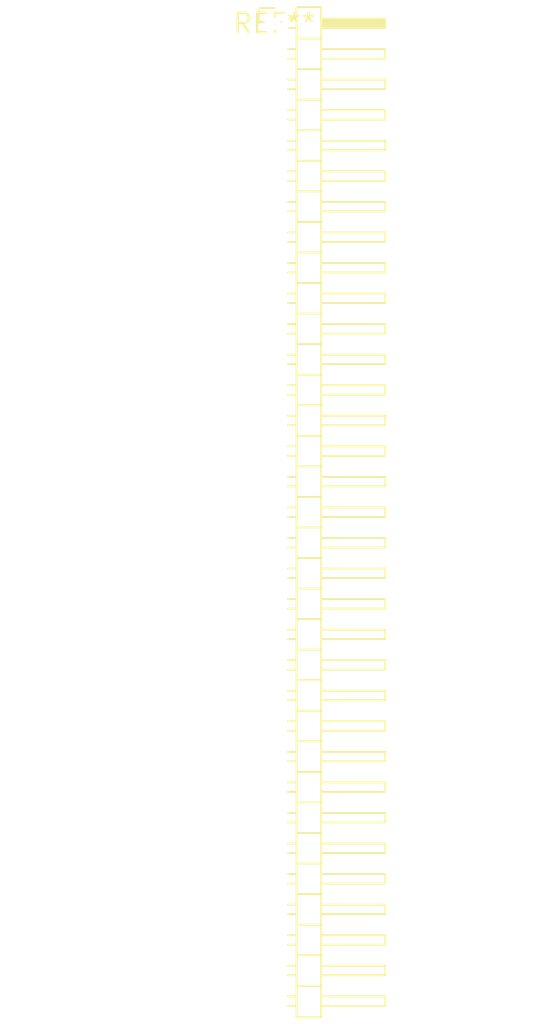
<source format=kicad_pcb>
(kicad_pcb (version 20240108) (generator pcbnew)
  (layers (0 "F.Cu" signal) (31 "B.Cu" signal) (34 "B.Paste" user) (35 "F.Paste" user) (36 "B.SilkS" user "B.Silkscreen") (37 "F.SilkS" user "F.Silkscreen") (38 "B.Mask" user) (39 "F.Mask" user) (44 "Edge.Cuts" user))
  (net 0 "")
  (footprint "PinHeader_1x33_P2.00mm_Horizontal" (layer "F.Cu") (at 0 0)
    (property "Reference" "REF**")
    (property "Value" "PinHeader_1x33_P2.00mm_Horizontal")
    (fp_line (start -1 -1) (end 0 -1) (layer "F.SilkS") (stroke (width 0.12)))
    (fp_line (start -1 0) (end -1 -1) (layer "F.SilkS") (stroke (width 0.12)))
    (fp_line (start 0.882114 1.69) (end 1.44 1.69) (layer "F.SilkS") (stroke (width 0.12)))
    (fp_line (start 0.882114 2.31) (end 1.44 2.31) (layer "F.SilkS") (stroke (width 0.12)))
    (fp_line (start 0.882114 3.69) (end 1.44 3.69) (layer "F.SilkS") (stroke (width 0.12)))
    (fp_line (start 0.882114 4.31) (end 1.44 4.31) (layer "F.SilkS") (stroke (width 0.12)))
    (fp_line (start 0.882114 5.69) (end 1.44 5.69) (layer "F.SilkS") (stroke (width 0.12)))
    (fp_line (start 0.882114 6.31) (end 1.44 6.31) (layer "F.SilkS") (stroke (width 0.12)))
    (fp_line (start 0.882114 7.69) (end 1.44 7.69) (layer "F.SilkS") (stroke (width 0.12)))
    (fp_line (start 0.882114 8.31) (end 1.44 8.31) (layer "F.SilkS") (stroke (width 0.12)))
    (fp_line (start 0.882114 9.69) (end 1.44 9.69) (layer "F.SilkS") (stroke (width 0.12)))
    (fp_line (start 0.882114 10.31) (end 1.44 10.31) (layer "F.SilkS") (stroke (width 0.12)))
    (fp_line (start 0.882114 11.69) (end 1.44 11.69) (layer "F.SilkS") (stroke (width 0.12)))
    (fp_line (start 0.882114 12.31) (end 1.44 12.31) (layer "F.SilkS") (stroke (width 0.12)))
    (fp_line (start 0.882114 13.69) (end 1.44 13.69) (layer "F.SilkS") (stroke (width 0.12)))
    (fp_line (start 0.882114 14.31) (end 1.44 14.31) (layer "F.SilkS") (stroke (width 0.12)))
    (fp_line (start 0.882114 15.69) (end 1.44 15.69) (layer "F.SilkS") (stroke (width 0.12)))
    (fp_line (start 0.882114 16.31) (end 1.44 16.31) (layer "F.SilkS") (stroke (width 0.12)))
    (fp_line (start 0.882114 17.69) (end 1.44 17.69) (layer "F.SilkS") (stroke (width 0.12)))
    (fp_line (start 0.882114 18.31) (end 1.44 18.31) (layer "F.SilkS") (stroke (width 0.12)))
    (fp_line (start 0.882114 19.69) (end 1.44 19.69) (layer "F.SilkS") (stroke (width 0.12)))
    (fp_line (start 0.882114 20.31) (end 1.44 20.31) (layer "F.SilkS") (stroke (width 0.12)))
    (fp_line (start 0.882114 21.69) (end 1.44 21.69) (layer "F.SilkS") (stroke (width 0.12)))
    (fp_line (start 0.882114 22.31) (end 1.44 22.31) (layer "F.SilkS") (stroke (width 0.12)))
    (fp_line (start 0.882114 23.69) (end 1.44 23.69) (layer "F.SilkS") (stroke (width 0.12)))
    (fp_line (start 0.882114 24.31) (end 1.44 24.31) (layer "F.SilkS") (stroke (width 0.12)))
    (fp_line (start 0.882114 25.69) (end 1.44 25.69) (layer "F.SilkS") (stroke (width 0.12)))
    (fp_line (start 0.882114 26.31) (end 1.44 26.31) (layer "F.SilkS") (stroke (width 0.12)))
    (fp_line (start 0.882114 27.69) (end 1.44 27.69) (layer "F.SilkS") (stroke (width 0.12)))
    (fp_line (start 0.882114 28.31) (end 1.44 28.31) (layer "F.SilkS") (stroke (width 0.12)))
    (fp_line (start 0.882114 29.69) (end 1.44 29.69) (layer "F.SilkS") (stroke (width 0.12)))
    (fp_line (start 0.882114 30.31) (end 1.44 30.31) (layer "F.SilkS") (stroke (width 0.12)))
    (fp_line (start 0.882114 31.69) (end 1.44 31.69) (layer "F.SilkS") (stroke (width 0.12)))
    (fp_line (start 0.882114 32.31) (end 1.44 32.31) (layer "F.SilkS") (stroke (width 0.12)))
    (fp_line (start 0.882114 33.69) (end 1.44 33.69) (layer "F.SilkS") (stroke (width 0.12)))
    (fp_line (start 0.882114 34.31) (end 1.44 34.31) (layer "F.SilkS") (stroke (width 0.12)))
    (fp_line (start 0.882114 35.69) (end 1.44 35.69) (layer "F.SilkS") (stroke (width 0.12)))
    (fp_line (start 0.882114 36.31) (end 1.44 36.31) (layer "F.SilkS") (stroke (width 0.12)))
    (fp_line (start 0.882114 37.69) (end 1.44 37.69) (layer "F.SilkS") (stroke (width 0.12)))
    (fp_line (start 0.882114 38.31) (end 1.44 38.31) (layer "F.SilkS") (stroke (width 0.12)))
    (fp_line (start 0.882114 39.69) (end 1.44 39.69) (layer "F.SilkS") (stroke (width 0.12)))
    (fp_line (start 0.882114 40.31) (end 1.44 40.31) (layer "F.SilkS") (stroke (width 0.12)))
    (fp_line (start 0.882114 41.69) (end 1.44 41.69) (layer "F.SilkS") (stroke (width 0.12)))
    (fp_line (start 0.882114 42.31) (end 1.44 42.31) (layer "F.SilkS") (stroke (width 0.12)))
    (fp_line (start 0.882114 43.69) (end 1.44 43.69) (layer "F.SilkS") (stroke (width 0.12)))
    (fp_line (start 0.882114 44.31) (end 1.44 44.31) (layer "F.SilkS") (stroke (width 0.12)))
    (fp_line (start 0.882114 45.69) (end 1.44 45.69) (layer "F.SilkS") (stroke (width 0.12)))
    (fp_line (start 0.882114 46.31) (end 1.44 46.31) (layer "F.SilkS") (stroke (width 0.12)))
    (fp_line (start 0.882114 47.69) (end 1.44 47.69) (layer "F.SilkS") (stroke (width 0.12)))
    (fp_line (start 0.882114 48.31) (end 1.44 48.31) (layer "F.SilkS") (stroke (width 0.12)))
    (fp_line (start 0.882114 49.69) (end 1.44 49.69) (layer "F.SilkS") (stroke (width 0.12)))
    (fp_line (start 0.882114 50.31) (end 1.44 50.31) (layer "F.SilkS") (stroke (width 0.12)))
    (fp_line (start 0.882114 51.69) (end 1.44 51.69) (layer "F.SilkS") (stroke (width 0.12)))
    (fp_line (start 0.882114 52.31) (end 1.44 52.31) (layer "F.SilkS") (stroke (width 0.12)))
    (fp_line (start 0.882114 53.69) (end 1.44 53.69) (layer "F.SilkS") (stroke (width 0.12)))
    (fp_line (start 0.882114 54.31) (end 1.44 54.31) (layer "F.SilkS") (stroke (width 0.12)))
    (fp_line (start 0.882114 55.69) (end 1.44 55.69) (layer "F.SilkS") (stroke (width 0.12)))
    (fp_line (start 0.882114 56.31) (end 1.44 56.31) (layer "F.SilkS") (stroke (width 0.12)))
    (fp_line (start 0.882114 57.69) (end 1.44 57.69) (layer "F.SilkS") (stroke (width 0.12)))
    (fp_line (start 0.882114 58.31) (end 1.44 58.31) (layer "F.SilkS") (stroke (width 0.12)))
    (fp_line (start 0.882114 59.69) (end 1.44 59.69) (layer "F.SilkS") (stroke (width 0.12)))
    (fp_line (start 0.882114 60.31) (end 1.44 60.31) (layer "F.SilkS") (stroke (width 0.12)))
    (fp_line (start 0.882114 61.69) (end 1.44 61.69) (layer "F.SilkS") (stroke (width 0.12)))
    (fp_line (start 0.882114 62.31) (end 1.44 62.31) (layer "F.SilkS") (stroke (width 0.12)))
    (fp_line (start 0.882114 63.69) (end 1.44 63.69) (layer "F.SilkS") (stroke (width 0.12)))
    (fp_line (start 0.882114 64.31) (end 1.44 64.31) (layer "F.SilkS") (stroke (width 0.12)))
    (fp_line (start 0.935 -0.31) (end 1.44 -0.31) (layer "F.SilkS") (stroke (width 0.12)))
    (fp_line (start 0.935 0.31) (end 1.44 0.31) (layer "F.SilkS") (stroke (width 0.12)))
    (fp_line (start 1.44 -1.06) (end 1.44 65.06) (layer "F.SilkS") (stroke (width 0.12)))
    (fp_line (start 1.44 1) (end 3.06 1) (layer "F.SilkS") (stroke (width 0.12)))
    (fp_line (start 1.44 3) (end 3.06 3) (layer "F.SilkS") (stroke (width 0.12)))
    (fp_line (start 1.44 5) (end 3.06 5) (layer "F.SilkS") (stroke (width 0.12)))
    (fp_line (start 1.44 7) (end 3.06 7) (layer "F.SilkS") (stroke (width 0.12)))
    (fp_line (start 1.44 9) (end 3.06 9) (layer "F.SilkS") (stroke (width 0.12)))
    (fp_line (start 1.44 11) (end 3.06 11) (layer "F.SilkS") (stroke (width 0.12)))
    (fp_line (start 1.44 13) (end 3.06 13) (layer "F.SilkS") (stroke (width 0.12)))
    (fp_line (start 1.44 15) (end 3.06 15) (layer "F.SilkS") (stroke (width 0.12)))
    (fp_line (start 1.44 17) (end 3.06 17) (layer "F.SilkS") (stroke (width 0.12)))
    (fp_line (start 1.44 19) (end 3.06 19) (layer "F.SilkS") (stroke (width 0.12)))
    (fp_line (start 1.44 21) (end 3.06 21) (layer "F.SilkS") (stroke (width 0.12)))
    (fp_line (start 1.44 23) (end 3.06 23) (layer "F.SilkS") (stroke (width 0.12)))
    (fp_line (start 1.44 25) (end 3.06 25) (layer "F.SilkS") (stroke (width 0.12)))
    (fp_line (start 1.44 27) (end 3.06 27) (layer "F.SilkS") (stroke (width 0.12)))
    (fp_line (start 1.44 29) (end 3.06 29) (layer "F.SilkS") (stroke (width 0.12)))
    (fp_line (start 1.44 31) (end 3.06 31) (layer "F.SilkS") (stroke (width 0.12)))
    (fp_line (start 1.44 33) (end 3.06 33) (layer "F.SilkS") (stroke (width 0.12)))
    (fp_line (start 1.44 35) (end 3.06 35) (layer "F.SilkS") (stroke (width 0.12)))
    (fp_line (start 1.44 37) (end 3.06 37) (layer "F.SilkS") (stroke (width 0.12)))
    (fp_line (start 1.44 39) (end 3.06 39) (layer "F.SilkS") (stroke (width 0.12)))
    (fp_line (start 1.44 41) (end 3.06 41) (layer "F.SilkS") (stroke (width 0.12)))
    (fp_line (start 1.44 43) (end 3.06 43) (layer "F.SilkS") (stroke (width 0.12)))
    (fp_line (start 1.44 45) (end 3.06 45) (layer "F.SilkS") (stroke (width 0.12)))
    (fp_line (start 1.44 47) (end 3.06 47) (layer "F.SilkS") (stroke (width 0.12)))
    (fp_line (start 1.44 49) (end 3.06 49) (layer "F.SilkS") (stroke (width 0.12)))
    (fp_line (start 1.44 51) (end 3.06 51) (layer "F.SilkS") (stroke (width 0.12)))
    (fp_line (start 1.44 53) (end 3.06 53) (layer "F.SilkS") (stroke (width 0.12)))
    (fp_line (start 1.44 55) (end 3.06 55) (layer "F.SilkS") (stroke (width 0.12)))
    (fp_line (start 1.44 57) (end 3.06 57) (layer "F.SilkS") (stroke (width 0.12)))
    (fp_line (start 1.44 59) (end 3.06 59) (layer "F.SilkS") (stroke (width 0.12)))
    (fp_line (start 1.44 61) (end 3.06 61) (layer "F.SilkS") (stroke (width 0.12)))
    (fp_line (start 1.44 63) (end 3.06 63) (layer "F.SilkS") (stroke (width 0.12)))
    (fp_line (start 1.44 65.06) (end 3.06 65.06) (layer "F.SilkS") (stroke (width 0.12)))
    (fp_line (start 3.06 -1.06) (end 1.44 -1.06) (layer "F.SilkS") (stroke (width 0.12)))
    (fp_line (start 3.06 -0.31) (end 7.26 -0.31) (layer "F.SilkS") (stroke (width 0.12)))
    (fp_line (start 3.06 -0.25) (end 7.26 -0.25) (layer "F.SilkS") (stroke (width 0.12)))
    (fp_line (start 3.06 -0.13) (end 7.26 -0.13) (layer "F.SilkS") (stroke (width 0.12)))
    (fp_line (start 3.06 -0.01) (end 7.26 -0.01) (layer "F.SilkS") (stroke (width 0.12)))
    (fp_line (start 3.06 0.11) (end 7.26 0.11) (layer "F.SilkS") (stroke (width 0.12)))
    (fp_line (start 3.06 0.23) (end 7.26 0.23) (layer "F.SilkS") (stroke (width 0.12)))
    (fp_line (start 3.06 1.69) (end 7.26 1.69) (layer "F.SilkS") (stroke (width 0.12)))
    (fp_line (start 3.06 3.69) (end 7.26 3.69) (layer "F.SilkS") (stroke (width 0.12)))
    (fp_line (start 3.06 5.69) (end 7.26 5.69) (layer "F.SilkS") (stroke (width 0.12)))
    (fp_line (start 3.06 7.69) (end 7.26 7.69) (layer "F.SilkS") (stroke (width 0.12)))
    (fp_line (start 3.06 9.69) (end 7.26 9.69) (layer "F.SilkS") (stroke (width 0.12)))
    (fp_line (start 3.06 11.69) (end 7.26 11.69) (layer "F.SilkS") (stroke (width 0.12)))
    (fp_line (start 3.06 13.69) (end 7.26 13.69) (layer "F.SilkS") (stroke (width 0.12)))
    (fp_line (start 3.06 15.69) (end 7.26 15.69) (layer "F.SilkS") (stroke (width 0.12)))
    (fp_line (start 3.06 17.69) (end 7.26 17.69) (layer "F.SilkS") (stroke (width 0.12)))
    (fp_line (start 3.06 19.69) (end 7.26 19.69) (layer "F.SilkS") (stroke (width 0.12)))
    (fp_line (start 3.06 21.69) (end 7.26 21.69) (layer "F.SilkS") (stroke (width 0.12)))
    (fp_line (start 3.06 23.69) (end 7.26 23.69) (layer "F.SilkS") (stroke (width 0.12)))
    (fp_line (start 3.06 25.69) (end 7.26 25.69) (layer "F.SilkS") (stroke (width 0.12)))
    (fp_line (start 3.06 27.69) (end 7.26 27.69) (layer "F.SilkS") (stroke (width 0.12)))
    (fp_line (start 3.06 29.69) (end 7.26 29.69) (layer "F.SilkS") (stroke (width 0.12)))
    (fp_line (start 3.06 31.69) (end 7.26 31.69) (layer "F.SilkS") (stroke (width 0.12)))
    (fp_line (start 3.06 33.69) (end 7.26 33.69) (layer "F.SilkS") (stroke (width 0.12)))
    (fp_line (start 3.06 35.69) (end 7.26 35.69) (layer "F.SilkS") (stroke (width 0.12)))
    (fp_line (start 3.06 37.69) (end 7.26 37.69) (layer "F.SilkS") (stroke (width 0.12)))
    (fp_line (start 3.06 39.69) (end 7.26 39.69) (layer "F.SilkS") (stroke (width 0.12)))
    (fp_line (start 3.06 41.69) (end 7.26 41.69) (layer "F.SilkS") (stroke (width 0.12)))
    (fp_line (start 3.06 43.69) (end 7.26 43.69) (layer "F.SilkS") (stroke (width 0.12)))
    (fp_line (start 3.06 45.69) (end 7.26 45.69) (layer "F.SilkS") (stroke (width 0.12)))
    (fp_line (start 3.06 47.69) (end 7.26 47.69) (layer "F.SilkS") (stroke (width 0.12)))
    (fp_line (start 3.06 49.69) (end 7.26 49.69) (layer "F.SilkS") (stroke (width 0.12)))
    (fp_line (start 3.06 51.69) (end 7.26 51.69) (layer "F.SilkS") (stroke (width 0.12)))
    (fp_line (start 3.06 53.69) (end 7.26 53.69) (layer "F.SilkS") (stroke (width 0.12)))
    (fp_line (start 3.06 55.69) (end 7.26 55.69) (layer "F.SilkS") (stroke (width 0.12)))
    (fp_line (start 3.06 57.69) (end 7.26 57.69) (layer "F.SilkS") (stroke (width 0.12)))
    (fp_line (start 3.06 59.69) (end 7.26 59.69) (layer "F.SilkS") (stroke (width 0.12)))
    (fp_line (start 3.06 61.69) (end 7.26 61.69) (layer "F.SilkS") (stroke (width 0.12)))
    (fp_line (start 3.06 63.69) (end 7.26 63.69) (layer "F.SilkS") (stroke (width 0.12)))
    (fp_line (start 3.06 65.06) (end 3.06 -1.06) (layer "F.SilkS") (stroke (width 0.12)))
    (fp_line (start 7.26 -0.31) (end 7.26 0.31) (layer "F.SilkS") (stroke (width 0.12)))
    (fp_line (start 7.26 0.31) (end 3.06 0.31) (layer "F.SilkS") (stroke (width 0.12)))
    (fp_line (start 7.26 1.69) (end 7.26 2.31) (layer "F.SilkS") (stroke (width 0.12)))
    (fp_line (start 7.26 2.31) (end 3.06 2.31) (layer "F.SilkS") (stroke (width 0.12)))
    (fp_line (start 7.26 3.69) (end 7.26 4.31) (layer "F.SilkS") (stroke (width 0.12)))
    (fp_line (start 7.26 4.31) (end 3.06 4.31) (layer "F.SilkS") (stroke (width 0.12)))
    (fp_line (start 7.26 5.69) (end 7.26 6.31) (layer "F.SilkS") (stroke (width 0.12)))
    (fp_line (start 7.26 6.31) (end 3.06 6.31) (layer "F.SilkS") (stroke (width 0.12)))
    (fp_line (start 7.26 7.69) (end 7.26 8.31) (layer "F.SilkS") (stroke (width 0.12)))
    (fp_line (start 7.26 8.31) (end 3.06 8.31) (layer "F.SilkS") (stroke (width 0.12)))
    (fp_line (start 7.26 9.69) (end 7.26 10.31) (layer "F.SilkS") (stroke (width 0.12)))
    (fp_line (start 7.26 10.31) (end 3.06 10.31) (layer "F.SilkS") (stroke (width 0.12)))
    (fp_line (start 7.26 11.69) (end 7.26 12.31) (layer "F.SilkS") (stroke (width 0.12)))
    (fp_line (start 7.26 12.31) (end 3.06 12.31) (layer "F.SilkS") (stroke (width 0.12)))
    (fp_line (start 7.26 13.69) (end 7.26 14.31) (layer "F.SilkS") (stroke (width 0.12)))
    (fp_line (start 7.26 14.31) (end 3.06 14.31) (layer "F.SilkS") (stroke (width 0.12)))
    (fp_line (start 7.26 15.69) (end 7.26 16.31) (layer "F.SilkS") (stroke (width 0.12)))
    (fp_line (start 7.26 16.31) (end 3.06 16.31) (layer "F.SilkS") (stroke (width 0.12)))
    (fp_line (start 7.26 17.69) (end 7.26 18.31) (layer "F.SilkS") (stroke (width 0.12)))
    (fp_line (start 7.26 18.31) (end 3.06 18.31) (layer "F.SilkS") (stroke (width 0.12)))
    (fp_line (start 7.26 19.69) (end 7.26 20.31) (layer "F.SilkS") (stroke (width 0.12)))
    (fp_line (start 7.26 20.31) (end 3.06 20.31) (layer "F.SilkS") (stroke (width 0.12)))
    (fp_line (start 7.26 21.69) (end 7.26 22.31) (layer "F.SilkS") (stroke (width 0.12)))
    (fp_line (start 7.26 22.31) (end 3.06 22.31) (layer "F.SilkS") (stroke (width 0.12)))
    (fp_line (start 7.26 23.69) (end 7.26 24.31) (layer "F.SilkS") (stroke (width 0.12)))
    (fp_line (start 7.26 24.31) (end 3.06 24.31) (layer "F.SilkS") (stroke (width 0.12)))
    (fp_line (start 7.26 25.69) (end 7.26 26.31) (layer "F.SilkS") (stroke (width 0.12)))
    (fp_line (start 7.26 26.31) (end 3.06 26.31) (layer "F.SilkS") (stroke (width 0.12)))
    (fp_line (start 7.26 27.69) (end 7.26 28.31) (layer "F.SilkS") (stroke (width 0.12)))
    (fp_line (start 7.26 28.31) (end 3.06 28.31) (layer "F.SilkS") (stroke (width 0.12)))
    (fp_line (start 7.26 29.69) (end 7.26 30.31) (layer "F.SilkS") (stroke (width 0.12)))
    (fp_line (start 7.26 30.31) (end 3.06 30.31) (layer "F.SilkS") (stroke (width 0.12)))
    (fp_line (start 7.26 31.69) (end 7.26 32.31) (layer "F.SilkS") (stroke (width 0.12)))
    (fp_line (start 7.26 32.31) (end 3.06 32.31) (layer "F.SilkS") (stroke (width 0.12)))
    (fp_line (start 7.26 33.69) (end 7.26 34.31) (layer "F.SilkS") (stroke (width 0.12)))
    (fp_line (start 7.26 34.31) (end 3.06 34.31) (layer "F.SilkS") (stroke (width 0.12)))
    (fp_line (start 7.26 35.69) (end 7.26 36.31) (layer "F.SilkS") (stroke (width 0.12)))
    (fp_line (start 7.26 36.31) (end 3.06 36.31) (layer "F.SilkS") (stroke (width 0.12)))
    (fp_line (start 7.26 37.69) (end 7.26 38.31) (layer "F.SilkS") (stroke (width 0.12)))
    (fp_line (start 7.26 38.31) (end 3.06 38.31) (layer "F.SilkS") (stroke (width 0.12)))
    (fp_line (start 7.26 39.69) (end 7.26 40.31) (layer "F.SilkS") (stroke (width 0.12)))
    (fp_line (start 7.26 40.31) (end 3.06 40.31) (layer "F.SilkS") (stroke (width 0.12)))
    (fp_line (start 7.26 41.69) (end 7.26 42.31) (layer "F.SilkS") (stroke (width 0.12)))
    (fp_line (start 7.26 42.31) (end 3.06 42.31) (layer "F.SilkS") (stroke (width 0.12)))
    (fp_line (start 7.26 43.69) (end 7.26 44.31) (layer "F.SilkS") (stroke (width 0.12)))
    (fp_line (start 7.26 44.31) (end 3.06 44.31) (layer "F.SilkS") (stroke (width 0.12)))
    (fp_line (start 7.26 45.69) (end 7.26 46.31) (layer "F.SilkS") (stroke (width 0.12)))
    (fp_line (start 7.26 46.31) (end 3.06 46.31) (layer "F.SilkS") (stroke (width 0.12)))
    (fp_line (start 7.26 47.69) (end 7.26 48.31) (layer "F.SilkS") (stroke (width 0.12)))
    (fp_line (start 7.26 48.31) (end 3.06 48.31) (layer "F.SilkS") (stroke (width 0.12)))
    (fp_line (start 7.26 49.69) (end 7.26 50.31) (layer "F.SilkS") (stroke (width 0.12)))
    (fp_line (start 7.26 50.31) (end 3.06 50.31) (layer "F.SilkS") (stroke (width 0.12)))
    (fp_line (start 7.26 51.69) (end 7.26 52.31) (layer "F.SilkS") (stroke (width 0.12)))
    (fp_line (start 7.26 52.31) (end 3.06 52.31) (layer "F.SilkS") (stroke (width 0.12)))
    (fp_line (start 7.26 53.69) (end 7.26 54.31) (layer "F.SilkS") (stroke (width 0.12)))
    (fp_line (start 7.26 54.31) (end 3.06 54.31) (layer "F.SilkS") (stroke (width 0.12)))
    (fp_line (start 7.26 55.69) (end 7.26 56.31) (layer "F.SilkS") (stroke (width 0.12)))
    (fp_line (start 7.26 56.31) (end 3.06 56.31) (layer "F.SilkS") (stroke (width 0.12)))
    (fp_line (start 7.26 57.69) (end 7.26 58.31) (layer "F.SilkS") (stroke (width 0.12)))
    (fp_line (start 7.26 58.31) (end 3.06 58.31) (layer "F.SilkS") (stroke (width 0.12)))
    (fp_line (start 7.26 59.69) (end 7.26 60.31) (layer "F.SilkS") (stroke (width 0.12)))
    (fp_line (start 7.26 60.31) (end 3.06 60.31) (layer "F.SilkS") (stroke (width 0.12)))
    (fp_line (start 7.26 61.69) (end 7.26 62.31) (layer "F.SilkS") (stroke (width 0.12)))
    (fp_line (start 7.26 62.31) (end 3.06 62.31) (layer "F.SilkS") (stroke (width 0.12)))
    (fp_line (start 7.26 63.69) (end 7.26 64.31) (layer "F.SilkS") (stroke (width 0.12)))
    (fp_line (start 7.26 64.31) (end 3.06 64.31) (layer "F.SilkS") (stroke (width 0.12)))
    (pad "1" thru_hole rect (at 0 0) (size 1.35 1.35) (drill 0.8) (layers *.Cu *.Mask) (remove_unused_layers))
    (pad "2" thru_hole oval (at 0 2) (size 1.35 1.35) (drill 0.8) (layers *.Cu *.Mask) (remove_unused_layers))
    (pad "3" thru_hole oval (at 0 4) (size 1.35 1.35) (drill 0.8) (layers *.Cu *.Mask) (remove_unused_layers))
    (pad "4" thru_hole oval (at 0 6) (size 1.35 1.35) (drill 0.8) (layers *.Cu *.Mask) (remove_unused_layers))
    (pad "5" thru_hole oval (at 0 8) (size 1.35 1.35) (drill 0.8) (layers *.Cu *.Mask) (remove_unused_layers))
    (pad "6" thru_hole oval (at 0 10) (size 1.35 1.35) (drill 0.8) (layers *.Cu *.Mask) (remove_unused_layers))
    (pad "7" thru_hole oval (at 0 12) (size 1.35 1.35) (drill 0.8) (layers *.Cu *.Mask) (remove_unused_layers))
    (pad "8" thru_hole oval (at 0 14) (size 1.35 1.35) (drill 0.8) (layers *.Cu *.Mask) (remove_unused_layers))
    (pad "9" thru_hole oval (at 0 16) (size 1.35 1.35) (drill 0.8) (layers *.Cu *.Mask) (remove_unused_layers))
    (pad "10" thru_hole oval (at 0 18) (size 1.35 1.35) (drill 0.8) (layers *.Cu *.Mask) (remove_unused_layers))
    (pad "11" thru_hole oval (at 0 20) (size 1.35 1.35) (drill 0.8) (layers *.Cu *.Mask) (remove_unused_layers))
    (pad "12" thru_hole oval (at 0 22) (size 1.35 1.35) (drill 0.8) (layers *.Cu *.Mask) (remove_unused_layers))
    (pad "13" thru_hole oval (at 0 24) (size 1.35 1.35) (drill 0.8) (layers *.Cu *.Mask) (remove_unused_layers))
    (pad "14" thru_hole oval (at 0 26) (size 1.35 1.35) (drill 0.8) (layers *.Cu *.Mask) (remove_unused_layers))
    (pad "15" thru_hole oval (at 0 28) (size 1.35 1.35) (drill 0.8) (layers *.Cu *.Mask) (remove_unused_layers))
    (pad "16" thru_hole oval (at 0 30) (size 1.35 1.35) (drill 0.8) (layers *.Cu *.Mask) (remove_unused_layers))
    (pad "17" thru_hole oval (at 0 32) (size 1.35 1.35) (drill 0.8) (layers *.Cu *.Mask) (remove_unused_layers))
    (pad "18" thru_hole oval (at 0 34) (size 1.35 1.35) (drill 0.8) (layers *.Cu *.Mask) (remove_unused_layers))
    (pad "19" thru_hole oval (at 0 36) (size 1.35 1.35) (drill 0.8) (layers *.Cu *.Mask) (remove_unused_layers))
    (pad "20" thru_hole oval (at 0 38) (size 1.35 1.35) (drill 0.8) (layers *.Cu *.Mask) (remove_unused_layers))
    (pad "21" thru_hole oval (at 0 40) (size 1.35 1.35) (drill 0.8) (layers *.Cu *.Mask) (remove_unused_layers))
    (pad "22" thru_hole oval (at 0 42) (size 1.35 1.35) (drill 0.8) (layers *.Cu *.Mask) (remove_unused_layers))
    (pad "23" thru_hole oval (at 0 44) (size 1.35 1.35) (drill 0.8) (layers *.Cu *.Mask) (remove_unused_layers))
    (pad "24" thru_hole oval (at 0 46) (size 1.35 1.35) (drill 0.8) (layers *.Cu *.Mask) (remove_unused_layers))
    (pad "25" thru_hole oval (at 0 48) (size 1.35 1.35) (drill 0.8) (layers *.Cu *.Mask) (remove_unused_layers))
    (pad "26" thru_hole oval (at 0 50) (size 1.35 1.35) (drill 0.8) (layers *.Cu *.Mask) (remove_unused_layers))
    (pad "27" thru_hole oval (at 0 52) (size 1.35 1.35) (drill 0.8) (layers *.Cu *.Mask) (remove_unused_layers))
    (pad "28" thru_hole oval (at 0 54) (size 1.35 1.35) (drill 0.8) (layers *.Cu *.Mask) (remove_unused_layers))
    (pad "29" thru_hole oval (at 0 56) (size 1.35 1.35) (drill 0.8) (layers *.Cu *.Mask) (remove_unused_layers))
    (pad "30" thru_hole oval (at 0 58) (size 1.35 1.35) (drill 0.8) (layers *.Cu *.Mask) (remove_unused_layers))
    (pad "31" thru_hole oval (at 0 60) (size 1.35 1.35) (drill 0.8) (layers *.Cu *.Mask) (remove_unused_layers))
    (pad "32" thru_hole oval (at 0 62) (size 1.35 1.35) (drill 0.8) (layers *.Cu *.Mask) (remove_unused_layers))
    (pad "33" thru_hole oval (at 0 64) (size 1.35 1.35) (drill 0.8) (layers *.Cu *.Mask) (remove_unused_layers))
  )
)
</source>
